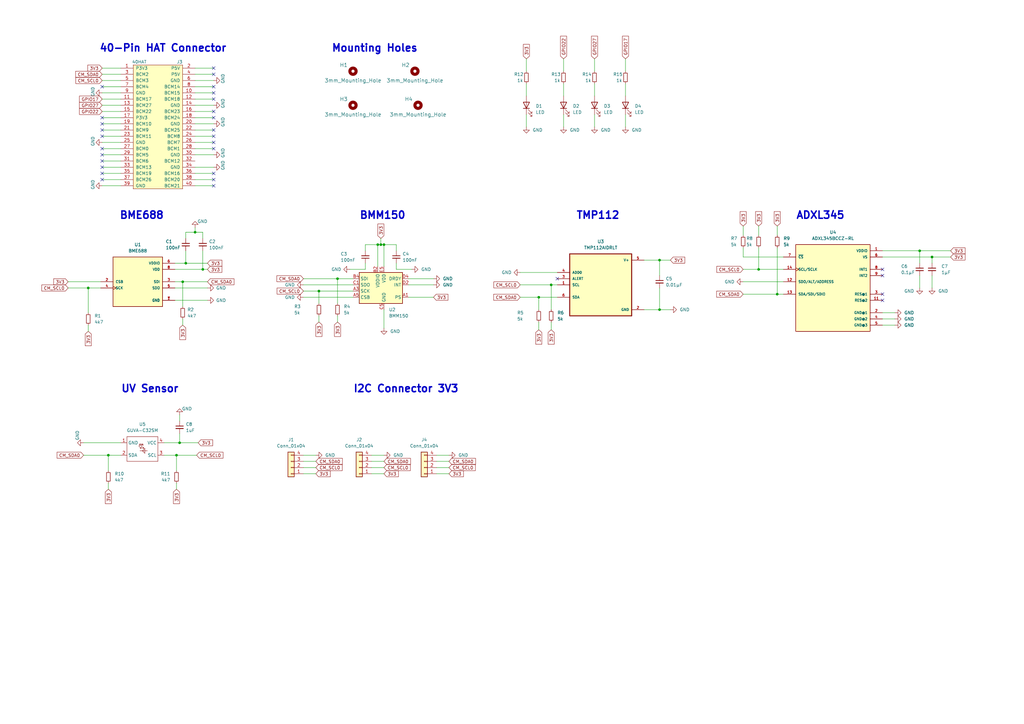
<source format=kicad_sch>
(kicad_sch (version 20211123) (generator eeschema)
  (paper "A3")
  (title_block (title "Raspberry Pi HAT") (rev "A"))
  (lib_symbols
    (symbol "ADXL345BCCZ-RL:ADXL345BCCZ-RL" (pin_names (offset 1.016))
      (property "Reference" "U" (at -14.224 18.542 0))
      (property "Value" "ADXL345BCCZ-RL" (at -14.2494 -19.8374 0))
      (symbol "ADXL345BCCZ-RL_0_0"
        (rectangle (start -15.24 -17.78) (end 15.24 17.78) (stroke (width 0.254)) (fill (type background)))
        (pin power_in line (at 20.32 15.24 180) (length 5.08) (name "VDDIO") (number "1"))
        (pin passive line (at 20.32 -5.08 180) (length 5.08) (name "RES@2") (number "11"))
        (pin bidirectional line (at -20.32 2.54 0) (length 5.08) (name "SDO/ALT/ADDRESS") (number "12"))
        (pin bidirectional line (at -20.32 -2.54 0) (length 5.08) (name "SDA/SDI/SDIO") (number "13"))
        (pin input clock (at -20.32 7.62 0) (length 5.08) (name "SCL/SCLK") (number "14"))
        (pin power_in line (at 20.32 -10.16 180) (length 5.08) (name "GND@1") (number "2"))
        (pin passive line (at 20.32 -2.54 180) (length 5.08) (name "RES@1") (number "3"))
        (pin power_in line (at 20.32 -12.7 180) (length 5.08) (name "GND@2") (number "4"))
        (pin power_in line (at 20.32 -15.24 180) (length 5.08) (name "GND@3") (number "5"))
        (pin power_in line (at 20.32 12.7 180) (length 5.08) (name "VS") (number "6"))
        (pin bidirectional line (at -20.32 12.7 0) (length 5.08) (name "~{CS}") (number "7"))
        (pin output line (at 20.32 7.62 180) (length 5.08) (name "INT1") (number "8"))
        (pin output line (at 20.32 5.08 180) (length 5.08) (name "INT2") (number "9"))
      )
    )
    (symbol "BME688:BME688" (pin_names (offset 1.016))
      (property "Reference" "U" (at -10.16 10.668 0))
      (property "Value" "BME688" (at -10.16 -12.7 0))
      (symbol "BME688_0_0"
        (rectangle (start -10.16 -10.16) (end 10.16 10.16) (stroke (width 0.254)) (fill (type background)))
        (pin power_in line (at 15.24 -7.62 180) (length 5.08) (name "GND") (number "1"))
        (pin input line (at -15.24 0 0) (length 5.08) (name "CSB") (number "2"))
        (pin bidirectional line (at 15.24 0 180) (length 5.08) (name "SDI") (number "3"))
        (pin input clock (at -15.24 -2.54 0) (length 5.08) (name "SCK") (number "4"))
        (pin bidirectional line (at 15.24 -2.54 180) (length 5.08) (name "SDO") (number "5"))
        (pin power_in line (at 15.24 7.62 180) (length 5.08) (name "VDDIO") (number "6"))
        (pin power_in line (at 15.24 -7.62 180) (length 5.08) (name "GND") (number "7"))
        (pin power_in line (at 15.24 5.08 180) (length 5.08) (name "VDD") (number "8"))
      )
    )
    (symbol "Connector_Generic:Conn_01x04" (pin_names (offset 1.016) hide)
      (property "Reference" "J" (at 0 5.08 0))
      (property "Value" "Conn_01x04" (at 0 -7.62 0))
      (symbol "Conn_01x04_1_1"
        (rectangle (start -1.27 -4.953) (end 0 -5.207) (stroke (width 0.1524)))
        (rectangle (start -1.27 -2.413) (end 0 -2.667) (stroke (width 0.1524)))
        (rectangle (start -1.27 0.127) (end 0 -0.127) (stroke (width 0.1524)))
        (rectangle (start -1.27 2.667) (end 0 2.413) (stroke (width 0.1524)))
        (rectangle (start -1.27 3.81) (end 1.27 -6.35) (stroke (width 0.254)) (fill (type background)))
        (pin passive line (at -5.08 2.54 0) (length 3.81) (name "Pin_1") (number "1"))
        (pin passive line (at -5.08 0 0) (length 3.81) (name "Pin_2") (number "2"))
        (pin passive line (at -5.08 -2.54 0) (length 3.81) (name "Pin_3") (number "3"))
        (pin passive line (at -5.08 -5.08 0) (length 3.81) (name "Pin_4") (number "4"))
      )
    )
    (symbol "Device:C_Small" (pin_numbers hide) (pin_names (offset 0.254) hide)
      (property "Reference" "C" (at 0.254 1.778 0))
      (property "Value" "C_Small" (at 0.254 -2.032 0))
      (symbol "C_Small_0_1"
        (polyline (pts (xy -1.524 -0.508) (xy 1.524 -0.508)) (stroke (width 0.3302)))
        (polyline (pts (xy -1.524 0.508) (xy 1.524 0.508)) (stroke (width 0.3048)))
      )
      (symbol "C_Small_1_1"
        (pin passive line (at 0 2.54 270) (length 2.032) (name "~") (number "1"))
        (pin passive line (at 0 -2.54 90) (length 2.032) (name "~") (number "2"))
      )
    )
    (symbol "Device:LED" (pin_numbers hide) (pin_names (offset 1.016) hide)
      (property "Reference" "D" (at 0 2.54 0))
      (property "Value" "LED" (at 0 -2.54 0))
      (symbol "LED_0_1"
        (polyline (pts (xy -1.27 -1.27) (xy -1.27 1.27)) (stroke (width 0.254)))
        (polyline (pts (xy -1.27 0) (xy 1.27 0)))
        (polyline (pts (xy 1.27 -1.27) (xy 1.27 1.27) (xy -1.27 0) (xy 1.27 -1.27)) (stroke (width 0.254)))
        (polyline (pts (xy -3.048 -0.762) (xy -4.572 -2.286) (xy -3.81 -2.286) (xy -4.572 -2.286) (xy -4.572 -1.524)))
        (polyline (pts (xy -1.778 -0.762) (xy -3.302 -2.286) (xy -2.54 -2.286) (xy -3.302 -2.286) (xy -3.302 -1.524)))
      )
      (symbol "LED_1_1"
        (pin passive line (at -3.81 0 0) (length 2.54) (name "K") (number "1"))
        (pin passive line (at 3.81 0 180) (length 2.54) (name "A") (number "2"))
      )
    )
    (symbol "Device:R_Small" (pin_numbers hide) (pin_names (offset 0.254) hide)
      (property "Reference" "R" (at 0.762 0.508 0))
      (property "Value" "R_Small" (at 0.762 -1.016 0))
      (symbol "R_Small_0_1"
        (rectangle (start -0.762 1.778) (end 0.762 -1.778) (stroke (width 0.2032)))
      )
      (symbol "R_Small_1_1"
        (pin passive line (at 0 2.54 270) (length 0.762) (name "~") (number "1"))
        (pin passive line (at 0 -2.54 90) (length 0.762) (name "~") (number "2"))
      )
    )
    (symbol "Mechanical:MountingHole" (pin_names (offset 1.016))
      (property "Reference" "H" (at 0 5.08 0))
      (property "Value" "MountingHole" (at 0 3.175 0))
      (symbol "MountingHole_0_1"
        (circle (center 0 0) (radius 1.27) (stroke (width 1.27)))
      )
    )
    (symbol "Sensor_Magnetic:BMM150"
      (property "Reference" "U" (at -10.16 6.35 0))
      (property "Value" "BMM150" (at 7.62 6.35 0))
      (symbol "BMM150_0_1"
        (rectangle (start -10.16 5.08) (end 7.62 -7.62) (stroke (width 0.254)) (fill (type background)))
      )
      (symbol "BMM150_1_1"
        (pin input line (at 10.16 -5.08 180) (length 2.54) (name "PS") (number "A1"))
        (pin bidirectional line (at -12.7 -2.54 0) (length 2.54) (name "SCK") (number "A3"))
        (pin input line (at -12.7 -5.08 0) (length 2.54) (name "CSB") (number "A5"))
        (pin power_in line (at -2.54 7.62 270) (length 2.54) (name "VDDIO") (number "B2"))
        (pin bidirectional line (at -12.7 2.54 0) (length 2.54) (name "SDI") (number "B4"))
        (pin bidirectional line (at -12.7 0 0) (length 2.54) (name "SDO") (number "C1"))
        (pin power_in line (at 0 -10.16 90) (length 2.54) (name "GND") (number "C5"))
        (pin output line (at 10.16 0 180) (length 2.54) (name "INT") (number "D2"))
        (pin output line (at 10.16 2.54 180) (length 2.54) (name "DRDY") (number "D4"))
        (pin passive line (at 0 -10.16 90) (length 2.54) hide (name "GND") (number "E1"))
        (pin passive line (at 0 -10.16 90) (length 2.54) hide (name "GND") (number "E3"))
        (pin power_in line (at 0 7.62 270) (length 2.54) (name "VDD") (number "E5"))
      )
    )
    (symbol "TMP112AIDRLT:TMP112AIDRLT" (pin_names (offset 1.016))
      (property "Reference" "U" (at -12.7 13.6906 0))
      (property "Value" "TMP112AIDRLT" (at -12.7 -16.6878 0))
      (symbol "TMP112AIDRLT_0_0"
        (rectangle (start -12.7 -12.7) (end 12.7 12.7) (stroke (width 0.4064)) (fill (type background)))
        (pin input line (at -17.78 0 0) (length 5.08) (name "SCL") (number "1"))
        (pin power_in line (at 17.78 -10.16 180) (length 5.08) (name "GND") (number "2"))
        (pin input line (at -17.78 2.54 0) (length 5.08) (name "ALERT") (number "3"))
        (pin input line (at -17.78 5.08 0) (length 5.08) (name "ADD0") (number "4"))
        (pin power_in line (at 17.78 10.16 180) (length 5.08) (name "V+") (number "5"))
        (pin bidirectional line (at -17.78 -5.08 0) (length 5.08) (name "SDA") (number "6"))
      )
    )
    (symbol "guva-c32sm:GUVA-C32SM"
      (property "Reference" "U1" (at 0 10.16 0))
      (property "Value" "GUVA-C32SM" (at 0 7.62 0))
      (symbol "GUVA-C32SM_0_0"
        (polyline (pts (xy -0.508 0.254) (xy -1.524 1.27)))
        (polyline (pts (xy 0.508 0.254) (xy -0.508 1.27)))
        (polyline (pts (xy -0.508 0.762) (xy -0.508 0.254) (xy -1.016 0.254)))
        (polyline (pts (xy 0 0.254) (xy 0.508 0.254) (xy 0.508 0.762)))
        (text "UVA" (at -0.508 1.778 0) (effects (font (size 0.635 0.635))))
      )
      (symbol "GUVA-C32SM_0_1"
        (rectangle (start -6.35 5.08) (end 6.35 -5.08))
        (polyline (pts (xy -1.016 -0.762) (xy 2.032 -0.762)))
        (polyline (pts (xy 1.016 -1.778) (xy 0 -0.762)))
        (polyline (pts (xy 0 -0.762) (xy 1.016 0.254) (xy 1.016 -1.778)))
      )
      (symbol "GUVA-C32SM_1_1"
        (pin power_in line (at -8.89 2.54 0) (length 2.54) (name "GND") (number "1"))
        (pin bidirectional line (at -8.89 -2.54 0) (length 2.54) (name "SDA") (number "2"))
        (pin input line (at 8.89 -2.54 180) (length 2.54) (name "SCL") (number "3"))
        (pin power_in line (at 8.89 2.54 180) (length 2.54) (name "VCC") (number "4"))
      )
    )
    (symbol "power:GND" (power) (pin_names (offset 0))
      (property "Value" "GND" (at 0 -3.81 0))
      (symbol "GND_0_1"
        (polyline (pts (xy 0 0) (xy 0 -1.27) (xy 1.27 -1.27) (xy 0 -2.54) (xy -1.27 -1.27) (xy 0 -1.27)))
      )
      (symbol "GND_1_1"
        (pin power_in line (at 0 0 270) (length 0) hide (name "GND") (number "1"))
      )
    )
    (symbol "raspberrypi_hat:OX40HAT" (pin_names (offset 1.016))
      (property "Reference" "J" (at 8.89 2.54 0))
      (property "Value" "OX40HAT" (at -7.62 2.54 0))
      (symbol "OX40HAT_0_1"
        (rectangle (start -10.16 1.27) (end 10.16 -49.53) (fill (type background)))
      )
      (symbol "OX40HAT_1_1"
        (pin bidirectional line (at -15.24 0 0) (length 5.08) (name "P3V3") (number "1"))
        (pin bidirectional line (at 15.24 -10.16 180) (length 5.08) (name "BCM15") (number "10"))
        (pin bidirectional line (at -15.24 -12.7 0) (length 5.08) (name "BCM17") (number "11"))
        (pin bidirectional line (at 15.24 -12.7 180) (length 5.08) (name "BCM18") (number "12"))
        (pin bidirectional line (at -15.24 -15.24 0) (length 5.08) (name "BCM27") (number "13"))
        (pin bidirectional line (at 15.24 -15.24 180) (length 5.08) (name "GND") (number "14"))
        (pin bidirectional line (at -15.24 -17.78 0) (length 5.08) (name "BCM22") (number "15"))
        (pin bidirectional line (at 15.24 -17.78 180) (length 5.08) (name "BCM23") (number "16"))
        (pin bidirectional line (at -15.24 -20.32 0) (length 5.08) (name "P3V3") (number "17"))
        (pin bidirectional line (at 15.24 -20.32 180) (length 5.08) (name "BCM24") (number "18"))
        (pin bidirectional line (at -15.24 -22.86 0) (length 5.08) (name "BCM10") (number "19"))
        (pin bidirectional line (at 15.24 0 180) (length 5.08) (name "P5V") (number "2"))
        (pin bidirectional line (at 15.24 -22.86 180) (length 5.08) (name "GND") (number "20"))
        (pin bidirectional line (at -15.24 -25.4 0) (length 5.08) (name "BCM9") (number "21"))
        (pin bidirectional line (at 15.24 -25.4 180) (length 5.08) (name "BCM25") (number "22"))
        (pin bidirectional line (at -15.24 -27.94 0) (length 5.08) (name "BCM11") (number "23"))
        (pin bidirectional line (at 15.24 -27.94 180) (length 5.08) (name "BCM8") (number "24"))
        (pin bidirectional line (at -15.24 -30.48 0) (length 5.08) (name "GND") (number "25"))
        (pin bidirectional line (at 15.24 -30.48 180) (length 5.08) (name "BCM7") (number "26"))
        (pin bidirectional line (at -15.24 -33.02 0) (length 5.08) (name "BCM0") (number "27"))
        (pin bidirectional line (at 15.24 -33.02 180) (length 5.08) (name "BCM1") (number "28"))
        (pin bidirectional line (at -15.24 -35.56 0) (length 5.08) (name "BCM5") (number "29"))
        (pin bidirectional line (at -15.24 -2.54 0) (length 5.08) (name "BCM2") (number "3"))
        (pin bidirectional line (at 15.24 -35.56 180) (length 5.08) (name "GND") (number "30"))
        (pin bidirectional line (at -15.24 -38.1 0) (length 5.08) (name "BCM6") (number "31"))
        (pin bidirectional line (at 15.24 -38.1 180) (length 5.08) (name "BCM12") (number "32"))
        (pin bidirectional line (at -15.24 -40.64 0) (length 5.08) (name "BCM13") (number "33"))
        (pin bidirectional line (at 15.24 -40.64 180) (length 5.08) (name "GND") (number "34"))
        (pin bidirectional line (at -15.24 -43.18 0) (length 5.08) (name "BCM19") (number "35"))
        (pin bidirectional line (at 15.24 -43.18 180) (length 5.08) (name "BCM16") (number "36"))
        (pin bidirectional line (at -15.24 -45.72 0) (length 5.08) (name "BCM26") (number "37"))
        (pin bidirectional line (at 15.24 -45.72 180) (length 5.08) (name "BCM20") (number "38"))
        (pin bidirectional line (at -15.24 -48.26 0) (length 5.08) (name "GND") (number "39"))
        (pin bidirectional line (at 15.24 -2.54 180) (length 5.08) (name "P5V") (number "4"))
        (pin bidirectional line (at 15.24 -48.26 180) (length 5.08) (name "BCM21") (number "40"))
        (pin bidirectional line (at -15.24 -5.08 0) (length 5.08) (name "BCM3") (number "5"))
        (pin bidirectional line (at 15.24 -5.08 180) (length 5.08) (name "GND") (number "6"))
        (pin bidirectional line (at -15.24 -7.62 0) (length 5.08) (name "BCM4") (number "7"))
        (pin bidirectional line (at 15.24 -7.62 180) (length 5.08) (name "BCM14") (number "8"))
        (pin bidirectional line (at -15.24 -10.16 0) (length 5.08) (name "GND") (number "9"))
      )
    )
  )
  (junction (at 80.01 95.25))
  (junction (at 130.81 119.38))
  (junction (at 156.21 100.33))
  (junction (at 270.51 127))
  (junction (at 318.77 120.65))
  (junction (at 76.2 107.95))
  (junction (at 44.45 186.69))
  (junction (at 72.39 186.69))
  (junction (at 377.19 102.87))
  (junction (at 382.27 105.41))
  (junction (at 36.195 118.11))
  (junction (at 83.185 110.49))
  (junction (at 226.06 116.84))
  (junction (at 138.43 114.3))
  (junction (at 311.15 110.49))
  (junction (at 270.51 106.68))
  (junction (at 74.93 115.57))
  (junction (at 154.94 100.33))
  (junction (at 220.98 121.92))
  (junction (at 157.48 100.33))
  (junction (at 73.66 181.61))
  (no_connect (at 41.91 71.12))
  (no_connect (at 361.95 123.19))
  (no_connect (at 87.63 38.1))
  (no_connect (at 87.63 40.64))
  (no_connect (at 87.63 48.26))
  (no_connect (at 87.63 60.96))
  (no_connect (at 87.63 55.88))
  (no_connect (at 87.63 71.12))
  (no_connect (at 361.95 110.49))
  (no_connect (at 87.63 35.56))
  (no_connect (at 87.63 76.2))
  (no_connect (at 41.91 73.66))
  (no_connect (at 87.63 73.66))
  (no_connect (at 87.63 27.94))
  (no_connect (at 87.63 30.48))
  (no_connect (at 41.91 60.96))
  (no_connect (at 41.91 50.8))
  (no_connect (at 361.95 113.03))
  (no_connect (at 361.95 120.65))
  (no_connect (at 41.91 68.58))
  (no_connect (at 87.63 45.72))
  (no_connect (at 41.91 35.56))
  (no_connect (at 228.6 114.3))
  (no_connect (at 41.91 48.26))
  (no_connect (at 41.91 55.88))
  (no_connect (at 41.91 66.04))
  (no_connect (at 87.63 58.42))
  (no_connect (at 87.63 53.34))
  (no_connect (at 41.91 63.5))
  (no_connect (at 41.91 53.34))
  (wire (pts (xy 71.755 107.95) (xy 76.2 107.95)))
  (wire (pts (xy 74.93 115.57) (xy 74.93 125.73)))
  (wire (pts (xy 138.43 114.3) (xy 138.43 124.46)))
  (wire (pts (xy 157.48 100.33) (xy 157.48 109.22)))
  (wire (pts (xy 80.01 95.25) (xy 83.185 95.25)))
  (wire (pts (xy 213.36 116.84) (xy 226.06 116.84)))
  (wire (pts (xy 361.95 102.87) (xy 377.19 102.87)))
  (wire (pts (xy 138.43 114.3) (xy 144.78 114.3)))
  (wire (pts (xy 124.46 114.3) (xy 138.43 114.3)))
  (wire (pts (xy 44.45 186.69) (xy 44.45 193.04)))
  (wire (pts (xy 130.81 119.38) (xy 144.78 119.38)))
  (wire (pts (xy 157.48 127) (xy 157.48 134.62)))
  (wire (pts (xy 220.98 132.08) (xy 220.98 135.255)))
  (wire (pts (xy 87.63 60.96) (xy 80.01 60.96)))
  (wire (pts (xy 41.91 40.64) (xy 49.53 40.64)))
  (wire (pts (xy 256.54 24.13) (xy 256.54 29.21)))
  (wire (pts (xy 71.755 123.19) (xy 85.09 123.19)))
  (wire (pts (xy 270.51 127) (xy 274.955 127)))
  (wire (pts (xy 179.07 186.69) (xy 184.15 186.69)))
  (wire (pts (xy 44.45 198.12) (xy 44.45 200.66)))
  (wire (pts (xy 72.39 186.69) (xy 72.39 193.04)))
  (wire (pts (xy 304.8 120.65) (xy 318.77 120.65)))
  (wire (pts (xy 149.86 110.49) (xy 143.51 110.49)))
  (wire (pts (xy 167.64 121.92) (xy 177.8 121.92)))
  (wire (pts (xy 270.51 127) (xy 264.16 127)))
  (wire (pts (xy 377.19 102.87) (xy 377.19 107.95)))
  (wire (pts (xy 41.91 45.72) (xy 49.53 45.72)))
  (wire (pts (xy 226.06 132.08) (xy 226.06 135.255)))
  (wire (pts (xy 270.51 118.11) (xy 270.51 127)))
  (wire (pts (xy 256.54 34.29) (xy 256.54 39.37)))
  (wire (pts (xy 76.2 97.79) (xy 76.2 95.25)))
  (wire (pts (xy 243.84 34.29) (xy 243.84 39.37)))
  (wire (pts (xy 41.91 50.8) (xy 49.53 50.8)))
  (wire (pts (xy 231.14 34.29) (xy 231.14 39.37)))
  (wire (pts (xy 67.31 181.61) (xy 73.66 181.61)))
  (wire (pts (xy 27.94 118.11) (xy 36.195 118.11)))
  (wire (pts (xy 87.63 55.88) (xy 80.01 55.88)))
  (wire (pts (xy 87.63 58.42) (xy 80.01 58.42)))
  (wire (pts (xy 130.81 119.38) (xy 130.81 124.46)))
  (wire (pts (xy 87.63 71.12) (xy 80.01 71.12)))
  (wire (pts (xy 156.21 100.33) (xy 157.48 100.33)))
  (wire (pts (xy 124.46 119.38) (xy 130.81 119.38)))
  (wire (pts (xy 179.07 191.77) (xy 184.15 191.77)))
  (wire (pts (xy 124.46 189.23) (xy 129.54 189.23)))
  (wire (pts (xy 311.15 101.6) (xy 311.15 110.49)))
  (wire (pts (xy 80.01 43.18) (xy 87.63 43.18)))
  (wire (pts (xy 311.15 92.71) (xy 311.15 96.52)))
  (wire (pts (xy 270.51 106.68) (xy 274.955 106.68)))
  (wire (pts (xy 83.185 102.87) (xy 83.185 110.49)))
  (wire (pts (xy 87.63 35.56) (xy 80.01 35.56)))
  (wire (pts (xy 72.39 186.69) (xy 80.645 186.69)))
  (wire (pts (xy 36.195 133.35) (xy 36.195 135.89)))
  (wire (pts (xy 149.86 107.95) (xy 149.86 110.49)))
  (wire (pts (xy 162.56 100.33) (xy 162.56 102.87)))
  (wire (pts (xy 124.46 121.92) (xy 144.78 121.92)))
  (wire (pts (xy 231.14 24.13) (xy 231.14 29.21)))
  (wire (pts (xy 213.36 111.76) (xy 228.6 111.76)))
  (wire (pts (xy 41.91 48.26) (xy 49.53 48.26)))
  (wire (pts (xy 304.8 92.71) (xy 304.8 96.52)))
  (wire (pts (xy 226.06 116.84) (xy 226.06 127)))
  (wire (pts (xy 304.8 101.6) (xy 304.8 105.41)))
  (wire (pts (xy 220.98 121.92) (xy 228.6 121.92)))
  (wire (pts (xy 73.66 170.18) (xy 73.66 172.72)))
  (wire (pts (xy 124.46 191.77) (xy 129.54 191.77)))
  (wire (pts (xy 157.48 100.33) (xy 162.56 100.33)))
  (wire (pts (xy 87.63 73.66) (xy 80.01 73.66)))
  (wire (pts (xy 215.9 46.99) (xy 215.9 52.07)))
  (wire (pts (xy 80.01 63.5) (xy 87.63 63.5)))
  (wire (pts (xy 124.46 194.31) (xy 129.54 194.31)))
  (wire (pts (xy 80.01 68.58) (xy 87.63 68.58)))
  (wire (pts (xy 41.91 76.2) (xy 49.53 76.2)))
  (wire (pts (xy 156.21 97.79) (xy 156.21 100.33)))
  (wire (pts (xy 41.91 30.48) (xy 49.53 30.48)))
  (wire (pts (xy 41.91 58.42) (xy 49.53 58.42)))
  (wire (pts (xy 361.95 128.27) (xy 367.03 128.27)))
  (wire (pts (xy 76.2 95.25) (xy 80.01 95.25)))
  (wire (pts (xy 41.91 55.88) (xy 49.53 55.88)))
  (wire (pts (xy 231.14 46.99) (xy 231.14 52.07)))
  (wire (pts (xy 34.29 181.61) (xy 49.53 181.61)))
  (wire (pts (xy 34.29 186.69) (xy 44.45 186.69)))
  (wire (pts (xy 167.64 114.3) (xy 177.8 114.3)))
  (wire (pts (xy 74.93 115.57) (xy 85.09 115.57)))
  (wire (pts (xy 304.8 105.41) (xy 321.31 105.41)))
  (wire (pts (xy 152.4 194.31) (xy 157.48 194.31)))
  (wire (pts (xy 382.27 113.03) (xy 382.27 118.11)))
  (wire (pts (xy 74.93 130.81) (xy 74.93 133.35)))
  (wire (pts (xy 83.185 110.49) (xy 85.09 110.49)))
  (wire (pts (xy 152.4 191.77) (xy 157.48 191.77)))
  (wire (pts (xy 83.185 95.25) (xy 83.185 97.79)))
  (wire (pts (xy 76.2 107.95) (xy 85.09 107.95)))
  (wire (pts (xy 154.94 100.33) (xy 156.21 100.33)))
  (wire (pts (xy 72.39 198.12) (xy 72.39 200.66)))
  (wire (pts (xy 80.01 93.345) (xy 80.01 95.25)))
  (wire (pts (xy 87.63 76.2) (xy 80.01 76.2)))
  (wire (pts (xy 152.4 189.23) (xy 157.48 189.23)))
  (wire (pts (xy 67.31 186.69) (xy 72.39 186.69)))
  (wire (pts (xy 80.01 33.02) (xy 87.63 33.02)))
  (wire (pts (xy 167.64 116.84) (xy 177.8 116.84)))
  (wire (pts (xy 220.98 121.92) (xy 220.98 127)))
  (wire (pts (xy 87.63 38.1) (xy 80.01 38.1)))
  (wire (pts (xy 304.8 115.57) (xy 321.31 115.57)))
  (wire (pts (xy 36.195 118.11) (xy 36.195 128.27)))
  (wire (pts (xy 377.19 113.03) (xy 377.19 118.11)))
  (wire (pts (xy 71.755 115.57) (xy 74.93 115.57)))
  (wire (pts (xy 361.95 105.41) (xy 382.27 105.41)))
  (wire (pts (xy 71.755 118.11) (xy 85.09 118.11)))
  (wire (pts (xy 215.9 34.29) (xy 215.9 39.37)))
  (wire (pts (xy 256.54 46.99) (xy 256.54 52.07)))
  (wire (pts (xy 41.91 63.5) (xy 49.53 63.5)))
  (wire (pts (xy 243.84 24.13) (xy 243.84 29.21)))
  (wire (pts (xy 318.77 92.71) (xy 318.77 96.52)))
  (wire (pts (xy 270.51 106.68) (xy 270.51 113.03)))
  (wire (pts (xy 154.94 100.33) (xy 149.86 100.33)))
  (wire (pts (xy 87.63 40.64) (xy 80.01 40.64)))
  (wire (pts (xy 41.91 73.66) (xy 49.53 73.66)))
  (wire (pts (xy 152.4 186.69) (xy 157.48 186.69)))
  (wire (pts (xy 361.95 133.35) (xy 367.03 133.35)))
  (wire (pts (xy 87.63 27.94) (xy 80.01 27.94)))
  (wire (pts (xy 41.91 35.56) (xy 49.53 35.56)))
  (wire (pts (xy 304.8 110.49) (xy 311.15 110.49)))
  (wire (pts (xy 124.46 116.84) (xy 144.78 116.84)))
  (wire (pts (xy 41.91 38.1) (xy 49.53 38.1)))
  (wire (pts (xy 73.66 181.61) (xy 81.28 181.61)))
  (wire (pts (xy 311.15 110.49) (xy 321.31 110.49)))
  (wire (pts (xy 226.06 116.84) (xy 228.6 116.84)))
  (wire (pts (xy 73.66 177.8) (xy 73.66 181.61)))
  (wire (pts (xy 377.19 102.87) (xy 389.89 102.87)))
  (wire (pts (xy 41.91 68.58) (xy 49.53 68.58)))
  (wire (pts (xy 215.9 24.13) (xy 215.9 29.21)))
  (wire (pts (xy 382.27 105.41) (xy 389.89 105.41)))
  (wire (pts (xy 130.81 129.54) (xy 130.81 132.08)))
  (wire (pts (xy 243.84 46.99) (xy 243.84 52.07)))
  (wire (pts (xy 124.46 186.69) (xy 129.54 186.69)))
  (wire (pts (xy 138.43 129.54) (xy 138.43 132.08)))
  (wire (pts (xy 87.63 30.48) (xy 80.01 30.48)))
  (wire (pts (xy 264.16 106.68) (xy 270.51 106.68)))
  (wire (pts (xy 318.77 120.65) (xy 321.31 120.65)))
  (wire (pts (xy 179.07 189.23) (xy 184.15 189.23)))
  (wire (pts (xy 80.01 50.8) (xy 87.63 50.8)))
  (wire (pts (xy 87.63 53.34) (xy 80.01 53.34)))
  (wire (pts (xy 162.56 110.49) (xy 162.56 107.95)))
  (wire (pts (xy 179.07 194.31) (xy 184.15 194.31)))
  (wire (pts (xy 41.91 60.96) (xy 49.53 60.96)))
  (wire (pts (xy 87.63 48.26) (xy 80.01 48.26)))
  (wire (pts (xy 87.63 45.72) (xy 80.01 45.72)))
  (wire (pts (xy 49.53 186.69) (xy 44.45 186.69)))
  (wire (pts (xy 27.94 115.57) (xy 41.275 115.57)))
  (wire (pts (xy 149.86 100.33) (xy 149.86 102.87)))
  (wire (pts (xy 41.91 27.94) (xy 49.53 27.94)))
  (wire (pts (xy 213.36 121.92) (xy 220.98 121.92)))
  (wire (pts (xy 361.95 130.81) (xy 367.03 130.81)))
  (wire (pts (xy 168.91 110.49) (xy 162.56 110.49)))
  (wire (pts (xy 41.91 43.18) (xy 49.53 43.18)))
  (wire (pts (xy 318.77 101.6) (xy 318.77 120.65)))
  (wire (pts (xy 41.91 33.02) (xy 49.53 33.02)))
  (wire (pts (xy 71.755 110.49) (xy 83.185 110.49)))
  (wire (pts (xy 382.27 105.41) (xy 382.27 107.95)))
  (wire (pts (xy 41.91 71.12) (xy 49.53 71.12)))
  (wire (pts (xy 36.195 118.11) (xy 41.275 118.11)))
  (wire (pts (xy 76.2 102.87) (xy 76.2 107.95)))
  (wire (pts (xy 41.91 66.04) (xy 49.53 66.04)))
  (wire (pts (xy 41.91 53.34) (xy 49.53 53.34)))
  (wire (pts (xy 154.94 100.33) (xy 154.94 109.22)))
  (text "UV Sensor" (at 49.53 161.29 0) (effects (font (size 3 3) (thickness 0.6) bold) (justify left bottom)))
  (text "I2C Connector 3V3" (at 144.78 161.29 0) (effects (font (size 3 3) (thickness 0.6) bold) (justify left bottom)))
  (text "ADXL345" (at 326.39 90.17 0) (effects (font (size 3 3) (thickness 0.6) bold) (justify left bottom)))
  (text "40-Pin HAT Connector" (at 40.64 21.59 0) (effects (font (size 2.9972 2.9972) (thickness 0.5994) bold) (justify left bottom)))
  (text "Mounting Holes" (at 135.89 21.59 0) (effects (font (size 2.9972 2.9972) (thickness 0.5994) bold) (justify left bottom)))
  (text "BMM150" (at 147.32 90.17 0) (effects (font (size 3 3) (thickness 0.6) bold) (justify left bottom)))
  (text "TMP112" (at 236.22 90.17 0) (effects (font (size 3 3) (thickness 0.6) bold) (justify left bottom)))
  (text "BME688\n" (at 48.895 90.17 0) (effects (font (size 3 3) (thickness 0.6) bold) (justify left bottom)))
  (global_label "3V3" (shape input) (at 41.91 27.94 180) (property "Intersheet References" "${INTERSHEET_REFS}" (effects hide)))
  (global_label "GPIO22" (shape input) (at 41.91 45.72 180) (property "Intersheet References" "${INTERSHEET_REFS}" (effects hide)))
  (global_label "3V3" (shape input) (at 138.43 132.08 270) (property "Intersheet References" "${INTERSHEET_REFS}" (effects hide)))
  (global_label "3V3" (shape input) (at 85.09 110.49 0) (property "Intersheet References" "${INTERSHEET_REFS}" (effects hide)))
  (global_label "GPIO27" (shape input) (at 41.91 43.18 180) (property "Intersheet References" "${INTERSHEET_REFS}" (effects hide)))
  (global_label "3V3" (shape input) (at 44.45 200.66 270) (property "Intersheet References" "${INTERSHEET_REFS}" (effects hide)))
  (global_label "CM_SDA0" (shape input) (at 34.29 186.69 180) (property "Intersheet References" "${INTERSHEET_REFS}" (effects hide)))
  (global_label "CM_SCL0" (shape input) (at 80.645 186.69 0) (property "Intersheet References" "${INTERSHEET_REFS}" (effects hide)))
  (global_label "CM_SCL0" (shape input) (at 213.36 116.84 180) (property "Intersheet References" "${INTERSHEET_REFS}" (effects hide)))
  (global_label "3V3" (shape input) (at 177.8 121.92 0) (property "Intersheet References" "${INTERSHEET_REFS}" (effects hide)))
  (global_label "CM_SCL0" (shape input) (at 304.8 110.49 180) (property "Intersheet References" "${INTERSHEET_REFS}" (effects hide)))
  (global_label "CM_SDA0" (shape input) (at 41.91 30.48 180) (property "Intersheet References" "${INTERSHEET_REFS}" (effects hide)))
  (global_label "3V3" (shape input) (at 274.955 106.68 0) (property "Intersheet References" "${INTERSHEET_REFS}" (effects hide)))
  (global_label "3V3" (shape input) (at 311.15 92.71 90) (property "Intersheet References" "${INTERSHEET_REFS}" (effects hide)))
  (global_label "CM_SCL0" (shape input) (at 129.54 191.77 0) (property "Intersheet References" "${INTERSHEET_REFS}" (effects hide)))
  (global_label "GPIO22" (shape input) (at 231.14 24.13 90) (property "Intersheet References" "${INTERSHEET_REFS}" (effects hide)))
  (global_label "CM_SDA0" (shape input) (at 157.48 189.23 0) (property "Intersheet References" "${INTERSHEET_REFS}" (effects hide)))
  (global_label "CM_SDA0" (shape input) (at 213.36 121.92 180) (property "Intersheet References" "${INTERSHEET_REFS}" (effects hide)))
  (global_label "3V3" (shape input) (at 129.54 194.31 0) (property "Intersheet References" "${INTERSHEET_REFS}" (effects hide)))
  (global_label "3V3" (shape input) (at 81.28 181.61 0) (property "Intersheet References" "${INTERSHEET_REFS}" (effects hide)))
  (global_label "CM_SCL0" (shape input) (at 157.48 191.77 0) (property "Intersheet References" "${INTERSHEET_REFS}" (effects hide)))
  (global_label "CM_SCL0" (shape input) (at 184.15 191.77 0) (property "Intersheet References" "${INTERSHEET_REFS}" (effects hide)))
  (global_label "CM_SDA0" (shape input) (at 129.54 189.23 0) (property "Intersheet References" "${INTERSHEET_REFS}" (effects hide)))
  (global_label "CM_SCL0" (shape input) (at 124.46 119.38 180) (property "Intersheet References" "${INTERSHEET_REFS}" (effects hide)))
  (global_label "CM_SCL0" (shape input) (at 27.94 118.11 180) (property "Intersheet References" "${INTERSHEET_REFS}" (effects hide)))
  (global_label "3V3" (shape input) (at 226.06 135.255 270) (property "Intersheet References" "${INTERSHEET_REFS}" (effects hide)))
  (global_label "CM_SDA0" (shape input) (at 304.8 120.65 180) (property "Intersheet References" "${INTERSHEET_REFS}" (effects hide)))
  (global_label "3V3" (shape input) (at 36.195 135.89 270) (property "Intersheet References" "${INTERSHEET_REFS}" (effects hide)))
  (global_label "3V3" (shape input) (at 74.93 133.35 270) (property "Intersheet References" "${INTERSHEET_REFS}" (effects hide)))
  (global_label "3V3" (shape input) (at 72.39 200.66 270) (property "Intersheet References" "${INTERSHEET_REFS}" (effects hide)))
  (global_label "3V3" (shape input) (at 389.89 102.87 0) (property "Intersheet References" "${INTERSHEET_REFS}" (effects hide)))
  (global_label "3V3" (shape input) (at 304.8 92.71 90) (property "Intersheet References" "${INTERSHEET_REFS}" (effects hide)))
  (global_label "GPIO17" (shape input) (at 41.91 40.64 180) (property "Intersheet References" "${INTERSHEET_REFS}" (effects hide)))
  (global_label "CM_SDA0" (shape input) (at 85.09 115.57 0) (property "Intersheet References" "${INTERSHEET_REFS}" (effects hide)))
  (global_label "CM_SDA0" (shape input) (at 124.46 114.3 180) (property "Intersheet References" "${INTERSHEET_REFS}" (effects hide)))
  (global_label "3V3" (shape input) (at 220.98 135.255 270) (property "Intersheet References" "${INTERSHEET_REFS}" (effects hide)))
  (global_label "3V3" (shape input) (at 85.09 107.95 0) (property "Intersheet References" "${INTERSHEET_REFS}" (effects hide)))
  (global_label "3V3" (shape input) (at 157.48 194.31 0) (property "Intersheet References" "${INTERSHEET_REFS}" (effects hide)))
  (global_label "3V3" (shape input) (at 389.89 105.41 0) (property "Intersheet References" "${INTERSHEET_REFS}" (effects hide)))
  (global_label "3V3" (shape input) (at 130.81 132.08 270) (property "Intersheet References" "${INTERSHEET_REFS}" (effects hide)))
  (global_label "GPIO17" (shape input) (at 256.54 24.13 90) (property "Intersheet References" "${INTERSHEET_REFS}" (effects hide)))
  (global_label "CM_SCL0" (shape input) (at 41.91 33.02 180) (property "Intersheet References" "${INTERSHEET_REFS}" (effects hide)))
  (global_label "3V3" (shape input) (at 318.77 92.71 90) (property "Intersheet References" "${INTERSHEET_REFS}" (effects hide)))
  (global_label "3V3" (shape input) (at 215.9 24.13 90) (property "Intersheet References" "${INTERSHEET_REFS}" (effects hide)))
  (global_label "3V3" (shape input) (at 184.15 194.31 0) (property "Intersheet References" "${INTERSHEET_REFS}" (effects hide)))
  (global_label "3V3" (shape input) (at 156.21 97.79 90) (property "Intersheet References" "${INTERSHEET_REFS}" (effects hide)))
  (global_label "GPIO27" (shape input) (at 243.84 24.13 90) (property "Intersheet References" "${INTERSHEET_REFS}" (effects hide)))
  (global_label "CM_SDA0" (shape input) (at 184.15 189.23 0) (property "Intersheet References" "${INTERSHEET_REFS}" (effects hide)))
  (global_label "3V3" (shape input) (at 27.94 115.57 180) (property "Intersheet References" "${INTERSHEET_REFS}" (effects hide)))
  (symbol (lib_id "Mechanical:MountingHole") (at 144.78 29.21 0) (unit 1)
    (property "Reference" "H1" (at 140.97 26.67 0) (effects (font (size 1.524 1.524))))
    (property "Value" "3mm_Mounting_Hole" (at 144.78 33.02 0) (effects (font (size 1.524 1.524))))
    (property "Footprint" "project_footprints:NPTH_3mm_ID" (effects hide))
  )
  (symbol (lib_id "Mechanical:MountingHole") (at 170.18 29.21 0) (unit 1)
    (property "Reference" "H2" (at 166.37 26.67 0) (effects (font (size 1.524 1.524))))
    (property "Value" "3mm_Mounting_Hole" (at 170.18 33.02 0) (effects (font (size 1.524 1.524))))
    (property "Footprint" "project_footprints:NPTH_3mm_ID" (effects hide))
  )
  (symbol (lib_id "Mechanical:MountingHole") (at 144.78 43.18 0) (unit 1)
    (property "Reference" "H3" (at 140.97 40.64 0) (effects (font (size 1.524 1.524))))
    (property "Value" "3mm_Mounting_Hole" (at 144.78 46.99 0) (effects (font (size 1.524 1.524))))
    (property "Footprint" "project_footprints:NPTH_3mm_ID" (effects hide))
  )
  (symbol (lib_id "Mechanical:MountingHole") (at 171.45 43.18 0) (unit 1)
    (property "Reference" "H4" (at 167.64 40.64 0) (effects (font (size 1.524 1.524))))
    (property "Value" "3mm_Mounting_Hole" (at 171.45 46.99 0) (effects (font (size 1.524 1.524))))
    (property "Footprint" "project_footprints:NPTH_3mm_ID" (effects hide))
  )
  (symbol (lib_id "raspberrypi_hat:OX40HAT") (at 64.77 27.94 0) (unit 1)
    (property "Reference" "J3" (at 73.66 25.4 0))
    (property "Value" "40HAT" (at 57.15 25.4 0))
    (property "Footprint" "Connector_PinSocket_2.54mm:PinSocket_2x20_P2.54mm_Vertical" (effects hide))
  )
  (symbol (lib_id "power:GND") (at 177.8 114.3 90) (unit 1)
    (property "Reference" "#PWR017" (effects hide))
    (property "Value" "GND" (at 181.61 114.2999 90) (effects (justify right)))
  )
  (symbol (lib_id "Device:R_Small") (at 220.98 129.54 0) (unit 1)
    (property "Reference" "R5" (at 212.09 128.27 0) (effects (justify left)))
    (property "Value" "5k" (at 212.09 130.81 0) (effects (justify left)))
    (property "Footprint" "Resistor_SMD:R_0603_1608Metric_Pad0.98x0.95mm_HandSolder" (effects hide))
  )
  (symbol (lib_id "Connector_Generic:Conn_01x04") (at 119.38 191.77 180) (unit 1)
    (property "Reference" "J1" (at 119.38 180.34 0))
    (property "Value" "Conn_01x04" (at 119.38 182.88 0))
    (property "Footprint" "Connector_PinHeader_2.54mm:PinHeader_1x04_P2.54mm_Vertical" (effects hide))
  )
  (symbol (lib_id "power:GND") (at 85.09 123.19 90) (unit 1)
    (property "Reference" "#PWR06" (effects hide))
    (property "Value" "GND" (at 92.71 123.19 90) (effects (justify left)))
  )
  (symbol (lib_id "power:GND") (at 213.36 111.76 270) (unit 1)
    (property "Reference" "#PWR019" (effects hide))
    (property "Value" "GND" (at 205.74 111.76 90) (effects (justify left)))
  )
  (symbol (lib_id "power:GND") (at 367.03 130.81 90) (unit 1)
    (property "Reference" "#PWR023" (effects hide))
    (property "Value" "GND" (at 370.84 130.8099 90) (effects (justify right)))
  )
  (symbol (lib_id "Device:R_Small") (at 226.06 129.54 0) (unit 1)
    (property "Reference" "R6" (at 228.6 128.2699 0) (effects (justify left)))
    (property "Value" "5k" (at 228.6 130.8099 0) (effects (justify left)))
    (property "Footprint" "Resistor_SMD:R_0603_1608Metric_Pad0.98x0.95mm_HandSolder" (effects hide))
  )
  (symbol (lib_id "power:GND") (at 41.91 76.2 270) (unit 1)
    (property "Reference" "#PWR03" (effects hide))
    (property "Value" "GND" (at 38.1 73.66 0) (effects (justify left)))
  )
  (symbol (lib_id "power:GND") (at 41.91 38.1 270) (unit 1)
    (property "Reference" "#PWR01" (effects hide))
    (property "Value" "GND" (at 38.1 35.56 0) (effects (justify left)))
  )
  (symbol (lib_id "Device:R_Small") (at 74.93 128.27 0) (unit 1)
    (property "Reference" "R2" (at 76.835 126.9999 0) (effects (justify left)))
    (property "Value" "4k7" (at 76.835 129.5399 0) (effects (justify left)))
    (property "Footprint" "Resistor_SMD:R_0603_1608Metric_Pad0.98x0.95mm_HandSolder" (effects hide))
  )
  (symbol (lib_id "BME688:BME688") (at 56.515 115.57 0) (unit 1)
    (property "Reference" "U1" (at 56.515 100.33 0))
    (property "Value" "BME688" (at 56.515 102.87 0))
    (property "Footprint" "Package_LGA:Bosch_LGA-8_3x3mm_P0.8mm_ClockwisePinNumbering" (effects hide))
    (property "STANDARD" "Manufacturer recommendations" (effects hide))
    (property "MANUFACTURER" "BOSCH" (effects hide))
    (property "PARTREV" "1.0" (effects hide))
    (property "MAXIMUM_PACKAGE_HEIGHT" "1.0 mm" (effects hide))
  )
  (symbol (lib_id "power:GND") (at 80.01 93.345 180) (unit 1)
    (property "Reference" "#PWR04" (effects hide))
    (property "Value" "GND" (at 85.09 90.805 0) (effects (justify left)))
  )
  (symbol (lib_id "Device:R_Small") (at 138.43 127 0) (unit 1)
    (property "Reference" "R4" (at 140.97 125.7299 0) (effects (justify left)))
    (property "Value" "5k" (at 140.97 128.2699 0) (effects (justify left)))
    (property "Footprint" "Resistor_SMD:R_0603_1608Metric_Pad0.98x0.95mm_HandSolder" (effects hide))
  )
  (symbol (lib_id "Device:C_Small") (at 270.51 115.57 0) (unit 1)
    (property "Reference" "C5" (at 273.05 114.3062 0) (effects (justify left)))
    (property "Value" "0.01µF" (at 273.05 116.8462 0) (effects (justify left)))
    (property "Footprint" "Capacitor_SMD:C_0603_1608Metric_Pad1.08x0.95mm_HandSolder" (effects hide))
  )
  (symbol (lib_id "Device:R_Small") (at 72.39 195.58 0) (mirror y) (unit 1)
    (property "Reference" "R11" (at 69.85 194.3099 0) (effects (justify left)))
    (property "Value" "4k7" (at 69.85 196.8499 0) (effects (justify left)))
    (property "Footprint" "Resistor_SMD:R_0603_1608Metric_Pad0.98x0.95mm_HandSolder" (effects hide))
  )
  (symbol (lib_id "power:GND") (at 367.03 128.27 90) (unit 1)
    (property "Reference" "#PWR022" (effects hide))
    (property "Value" "GND" (at 370.84 128.2699 90) (effects (justify right)))
  )
  (symbol (lib_id "power:GND") (at 256.54 52.07 0) (unit 1)
    (property "Reference" "#PWR035" (effects hide))
    (property "Value" "GND" (at 259.08 53.3399 0) (effects (justify left)))
  )
  (symbol (lib_id "Device:C_Small") (at 76.2 100.33 0) (unit 1)
    (property "Reference" "C1" (at 67.945 99.06 0) (effects (justify left)))
    (property "Value" "100nF" (at 67.945 101.6 0) (effects (justify left)))
    (property "Footprint" "Capacitor_SMD:C_0603_1608Metric_Pad1.08x0.95mm_HandSolder" (effects hide))
  )
  (symbol (lib_id "power:GND") (at 274.955 127 90) (unit 1)
    (property "Reference" "#PWR020" (effects hide))
    (property "Value" "GND" (at 278.765 126.9999 90) (effects (justify right)))
  )
  (symbol (lib_id "Device:C_Small") (at 382.27 110.49 0) (unit 1)
    (property "Reference" "C7" (at 386.08 109.22 0) (effects (justify left)))
    (property "Value" "1µF" (at 386.08 111.76 0) (effects (justify left)))
    (property "Footprint" "Capacitor_SMD:C_0603_1608Metric_Pad1.08x0.95mm_HandSolder" (effects hide))
  )
  (symbol (lib_id "Device:R_Small") (at 304.8 99.06 0) (unit 1)
    (property "Reference" "R7" (at 299.72 97.79 0) (effects (justify left)))
    (property "Value" "5k" (at 299.72 100.33 0) (effects (justify left)))
    (property "Footprint" "Resistor_SMD:R_0603_1608Metric_Pad0.98x0.95mm_HandSolder" (effects hide))
  )
  (symbol (lib_id "Device:R_Small") (at 243.84 31.75 0) (unit 1)
    (property "Reference" "R14" (at 238.76 30.48 0) (effects (justify left)))
    (property "Value" "1k" (at 240.03 33.02 0) (effects (justify left)))
    (property "Footprint" "Resistor_SMD:R_0603_1608Metric_Pad0.98x0.95mm_HandSolder" (effects hide))
  )
  (symbol (lib_id "power:GND") (at 87.63 33.02 90) (unit 1)
    (property "Reference" "#PWR07" (effects hide))
    (property "Value" "GND" (at 91.44 34.29 0) (effects (justify left)))
  )
  (symbol (lib_id "Device:LED") (at 243.84 43.18 90) (unit 1)
    (property "Reference" "D3" (at 247.65 43.4974 90) (effects (justify right)))
    (property "Value" "LED" (at 247.65 46.0374 90) (effects (justify right)))
    (property "Footprint" "LED_SMD:LED_0603_1608Metric_Pad1.05x0.95mm_HandSolder" (effects hide))
  )
  (symbol (lib_id "Device:R_Small") (at 311.15 99.06 0) (unit 1)
    (property "Reference" "R8" (at 306.07 97.79 0) (effects (justify left)))
    (property "Value" "5k" (at 306.07 100.33 0) (effects (justify left)))
    (property "Footprint" "Resistor_SMD:R_0603_1608Metric_Pad0.98x0.95mm_HandSolder" (effects hide))
  )
  (symbol (lib_id "Device:R_Small") (at 130.81 127 0) (unit 1)
    (property "Reference" "R3" (at 120.65 125.73 0) (effects (justify left)))
    (property "Value" "5k" (at 120.65 128.27 0) (effects (justify left)))
    (property "Footprint" "Resistor_SMD:R_0603_1608Metric_Pad0.98x0.95mm_HandSolder" (effects hide))
  )
  (symbol (lib_id "power:GND") (at 73.66 170.18 180) (unit 1)
    (property "Reference" "#PWR028" (effects hide))
    (property "Value" "GND" (at 78.74 167.64 0) (effects (justify left)))
  )
  (symbol (lib_id "TMP112AIDRLT:TMP112AIDRLT") (at 246.38 116.84 0) (unit 1)
    (property "Reference" "U3" (at 246.38 99.06 0))
    (property "Value" "TMP112AIDRLT" (at 246.38 101.6 0))
    (property "Footprint" "Package_TO_SOT_SMD:SOT-563" (effects hide))
  )
  (symbol (lib_id "power:GND") (at 382.27 118.11 0) (unit 1)
    (property "Reference" "#PWR026" (effects hide))
    (property "Value" "GND" (at 384.81 119.3799 0) (effects (justify left)))
  )
  (symbol (lib_id "power:GND") (at 124.46 121.92 270) (unit 1)
    (property "Reference" "#PWR013" (effects hide))
    (property "Value" "GND" (at 116.84 121.92 90) (effects (justify left)))
  )
  (symbol (lib_id "power:GND") (at 129.54 186.69 90) (unit 1)
    (property "Reference" "#PWR029" (effects hide))
    (property "Value" "GND" (at 133.35 186.6899 90) (effects (justify right)))
  )
  (symbol (lib_id "power:GND") (at 231.14 52.07 0) (unit 1)
    (property "Reference" "#PWR033" (effects hide))
    (property "Value" "GND" (at 233.68 53.3399 0) (effects (justify left)))
  )
  (symbol (lib_id "power:GND") (at 367.03 133.35 90) (unit 1)
    (property "Reference" "#PWR024" (effects hide))
    (property "Value" "GND" (at 370.84 133.3499 90) (effects (justify right)))
  )
  (symbol (lib_id "power:GND") (at 184.15 186.69 90) (unit 1)
    (property "Reference" "#PWR031" (effects hide))
    (property "Value" "GND" (at 187.96 186.6899 90) (effects (justify right)))
  )
  (symbol (lib_id "Device:R_Small") (at 256.54 31.75 0) (unit 1)
    (property "Reference" "R15" (at 251.46 30.48 0) (effects (justify left)))
    (property "Value" "1k" (at 252.73 33.02 0) (effects (justify left)))
    (property "Footprint" "Resistor_SMD:R_0603_1608Metric_Pad0.98x0.95mm_HandSolder" (effects hide))
  )
  (symbol (lib_id "Connector_Generic:Conn_01x04") (at 173.99 191.77 180) (unit 1)
    (property "Reference" "J4" (at 173.99 180.34 0))
    (property "Value" "Conn_01x04" (at 173.99 182.88 0))
    (property "Footprint" "Connector_PinHeader_2.54mm:PinHeader_1x04_P2.54mm_Vertical" (effects hide))
  )
  (symbol (lib_id "Device:R_Small") (at 215.9 31.75 0) (unit 1)
    (property "Reference" "R12" (at 210.82 30.48 0) (effects (justify left)))
    (property "Value" "1k" (at 212.09 33.02 0) (effects (justify left)))
    (property "Footprint" "Resistor_SMD:R_0603_1608Metric_Pad0.98x0.95mm_HandSolder" (effects hide))
  )
  (symbol (lib_id "Device:LED") (at 256.54 43.18 90) (unit 1)
    (property "Reference" "D4" (at 260.35 43.4974 90) (effects (justify right)))
    (property "Value" "LED" (at 260.35 46.0374 90) (effects (justify right)))
    (property "Footprint" "LED_SMD:LED_0603_1608Metric_Pad1.05x0.95mm_HandSolder" (effects hide))
  )
  (symbol (lib_id "power:GND") (at 377.19 118.11 0) (unit 1)
    (property "Reference" "#PWR025" (effects hide))
    (property "Value" "GND" (at 370.84 119.38 0) (effects (justify left)))
  )
  (symbol (lib_id "Device:LED") (at 215.9 43.18 90) (unit 1)
    (property "Reference" "D1" (at 219.71 43.4974 90) (effects (justify right)))
    (property "Value" "LED" (at 219.71 46.0374 90) (effects (justify right)))
    (property "Footprint" "LED_SMD:LED_0603_1608Metric_Pad1.05x0.95mm_HandSolder" (effects hide))
  )
  (symbol (lib_id "Device:C_Small") (at 162.56 105.41 0) (unit 1)
    (property "Reference" "C4" (at 165.1 104.1462 0) (effects (justify left)))
    (property "Value" "100nF" (at 165.1 106.6862 0) (effects (justify left)))
    (property "Footprint" "Capacitor_SMD:C_0603_1608Metric_Pad1.08x0.95mm_HandSolder" (effects hide))
  )
  (symbol (lib_id "ADXL345BCCZ-RL:ADXL345BCCZ-RL") (at 341.63 118.11 0) (unit 1)
    (property "Reference" "U4" (at 341.63 95.25 0))
    (property "Value" "ADXL345BCCZ-RL" (at 341.63 97.79 0))
    (property "Footprint" "Package_LGA:LGA-14_3x5mm_P0.8mm_LayoutBorder1x6y" (effects hide))
    (property "MANUFACTURER" "Analog Devices" (effects hide))
  )
  (symbol (lib_id "Sensor_Magnetic:BMM150") (at 157.48 116.84 0) (unit 1)
    (property "Reference" "U2" (at 159.4994 127 0) (effects (justify left)))
    (property "Value" "BMM150" (at 159.4994 129.54 0) (effects (justify left)))
    (property "Footprint" "Package_CSP:WLCSP-12_1.56x1.56mm_P0.4mm" (effects hide))
    (property "Datasheet" "https://www.mouser.com/datasheet/2/783/BST-BMM150-DS001-01-786480.pdf" (effects hide))
  )
  (symbol (lib_id "Connector_Generic:Conn_01x04") (at 147.32 191.77 180) (unit 1)
    (property "Reference" "J2" (at 147.32 180.34 0))
    (property "Value" "Conn_01x04" (at 147.32 182.88 0))
    (property "Footprint" "Connector_PinHeader_2.54mm:PinHeader_1x04_P2.54mm_Vertical" (effects hide))
  )
  (symbol (lib_id "power:GND") (at 87.63 43.18 90) (unit 1)
    (property "Reference" "#PWR08" (effects hide))
    (property "Value" "GND" (at 91.44 44.45 0) (effects (justify left)))
  )
  (symbol (lib_id "Device:C_Small") (at 149.86 105.41 180) (unit 1)
    (property "Reference" "C3" (at 139.7 104.14 0) (effects (justify right)))
    (property "Value" "100nF" (at 139.7 106.68 0) (effects (justify right)))
    (property "Footprint" "Capacitor_SMD:C_0603_1608Metric_Pad1.08x0.95mm_HandSolder" (effects hide))
  )
  (symbol (lib_id "power:GND") (at 177.8 116.84 90) (unit 1)
    (property "Reference" "#PWR018" (effects hide))
    (property "Value" "GND" (at 181.61 116.8399 90) (effects (justify right)))
  )
  (symbol (lib_id "power:GND") (at 85.09 118.11 90) (unit 1)
    (property "Reference" "#PWR05" (effects hide))
    (property "Value" "GND" (at 92.71 118.11 90) (effects (justify left)))
  )
  (symbol (lib_id "power:GND") (at 157.48 134.62 0) (unit 1)
    (property "Reference" "#PWR015" (effects hide))
    (property "Value" "GND" (at 160.02 135.8899 0) (effects (justify left)))
  )
  (symbol (lib_id "power:GND") (at 157.48 186.69 90) (unit 1)
    (property "Reference" "#PWR030" (effects hide))
    (property "Value" "GND" (at 161.29 186.6899 90) (effects (justify right)))
  )
  (symbol (lib_id "power:GND") (at 304.8 115.57 270) (unit 1)
    (property "Reference" "#PWR021" (effects hide))
    (property "Value" "GND" (at 297.18 115.57 90) (effects (justify left)))
  )
  (symbol (lib_id "power:GND") (at 87.63 63.5 90) (unit 1)
    (property "Reference" "#PWR010" (effects hide))
    (property "Value" "GND" (at 91.44 64.77 0) (effects (justify left)))
  )
  (symbol (lib_id "power:GND") (at 87.63 50.8 90) (unit 1)
    (property "Reference" "#PWR09" (effects hide))
    (property "Value" "GND" (at 91.44 52.07 0) (effects (justify left)))
  )
  (symbol (lib_id "power:GND") (at 34.29 181.61 270) (unit 1)
    (property "Reference" "#PWR027" (effects hide))
    (property "Value" "GND" (at 31.75 176.53 0) (effects (justify left)))
  )
  (symbol (lib_id "power:GND") (at 143.51 110.49 270) (unit 1)
    (property "Reference" "#PWR014" (effects hide))
    (property "Value" "GND" (at 135.89 110.49 90) (effects (justify left)))
  )
  (symbol (lib_id "Device:R_Small") (at 36.195 130.81 0) (unit 1)
    (property "Reference" "R1" (at 38.735 129.5399 0) (effects (justify left)))
    (property "Value" "4k7" (at 38.735 132.0799 0) (effects (justify left)))
    (property "Footprint" "Resistor_SMD:R_0603_1608Metric_Pad0.98x0.95mm_HandSolder" (effects hide))
  )
  (symbol (lib_id "guva-c32sm:GUVA-C32SM") (at 58.42 184.15 0) (unit 1)
    (property "Reference" "U5" (at 58.42 173.99 0))
    (property "Value" "GUVA-C32SM" (at 58.42 176.53 0))
    (property "Footprint" "Library_guva-c32sm:OLGA 2mm x 2,3mm" (effects hide))
  )
  (symbol (lib_id "Device:C_Small") (at 83.185 100.33 0) (unit 1)
    (property "Reference" "C2" (at 85.725 99.0662 0) (effects (justify left)))
    (property "Value" "100nF" (at 85.725 101.6062 0) (effects (justify left)))
    (property "Footprint" "Capacitor_SMD:C_0603_1608Metric_Pad1.08x0.95mm_HandSolder" (effects hide))
  )
  (symbol (lib_id "power:GND") (at 41.91 58.42 270) (unit 1)
    (property "Reference" "#PWR02" (effects hide))
    (property "Value" "GND" (at 38.1 55.88 0) (effects (justify left)))
  )
  (symbol (lib_id "Device:R_Small") (at 231.14 31.75 0) (unit 1)
    (property "Reference" "R13" (at 226.06 30.48 0) (effects (justify left)))
    (property "Value" "1k" (at 227.33 33.02 0) (effects (justify left)))
    (property "Footprint" "Resistor_SMD:R_0603_1608Metric_Pad0.98x0.95mm_HandSolder" (effects hide))
  )
  (symbol (lib_id "power:GND") (at 87.63 68.58 90) (unit 1)
    (property "Reference" "#PWR011" (effects hide))
    (property "Value" "GND" (at 91.44 69.85 0) (effects (justify left)))
  )
  (symbol (lib_id "Device:C_Small") (at 377.19 110.49 0) (unit 1)
    (property "Reference" "C6" (at 369.57 109.22 0) (effects (justify left)))
    (property "Value" "0.1µF" (at 369.57 111.76 0) (effects (justify left)))
    (property "Footprint" "Capacitor_SMD:C_0603_1608Metric_Pad1.08x0.95mm_HandSolder" (effects hide))
  )
  (symbol (lib_id "power:GND") (at 124.46 116.84 270) (unit 1)
    (property "Reference" "#PWR012" (effects hide))
    (property "Value" "GND" (at 116.84 116.84 90) (effects (justify left)))
  )
  (symbol (lib_id "Device:R_Small") (at 318.77 99.06 0) (unit 1)
    (property "Reference" "R9" (at 321.31 97.7899 0) (effects (justify left)))
    (property "Value" "5k" (at 321.31 100.3299 0) (effects (justify left)))
    (property "Footprint" "Resistor_SMD:R_0603_1608Metric_Pad0.98x0.95mm_HandSolder" (effects hide))
  )
  (symbol (lib_id "Device:R_Small") (at 44.45 195.58 0) (unit 1)
    (property "Reference" "R10" (at 46.99 194.3099 0) (effects (justify left)))
    (property "Value" "4k7" (at 46.99 196.8499 0) (effects (justify left)))
    (property "Footprint" "Resistor_SMD:R_0603_1608Metric_Pad0.98x0.95mm_HandSolder" (effects hide))
  )
  (symbol (lib_id "power:GND") (at 243.84 52.07 0) (unit 1)
    (property "Reference" "#PWR034" (effects hide))
    (property "Value" "GND" (at 246.38 53.3399 0) (effects (justify left)))
  )
  (symbol (lib_id "power:GND") (at 215.9 52.07 0) (unit 1)
    (property "Reference" "#PWR032" (effects hide))
    (property "Value" "GND" (at 218.44 53.3399 0) (effects (justify left)))
  )
  (symbol (lib_id "Device:LED") (at 231.14 43.18 90) (unit 1)
    (property "Reference" "D2" (at 234.95 43.4974 90) (effects (justify right)))
    (property "Value" "LED" (at 234.95 46.0374 90) (effects (justify right)))
    (property "Footprint" "LED_SMD:LED_0603_1608Metric_Pad1.05x0.95mm_HandSolder" (effects hide))
  )
  (symbol (lib_id "power:GND") (at 168.91 110.49 90) (unit 1)
    (property "Reference" "#PWR016" (effects hide))
    (property "Value" "GND" (at 172.72 110.4899 90) (effects (justify right)))
  )
  (symbol (lib_id "Device:C_Small") (at 73.66 175.26 0) (unit 1)
    (property "Reference" "C8" (at 76.2 173.9962 0) (effects (justify left)))
    (property "Value" "1uF" (at 76.2 176.5362 0) (effects (justify left)))
    (property "Footprint" "Capacitor_SMD:C_0603_1608Metric_Pad1.08x0.95mm_HandSolder" (effects hide))
  )
)
</source>
